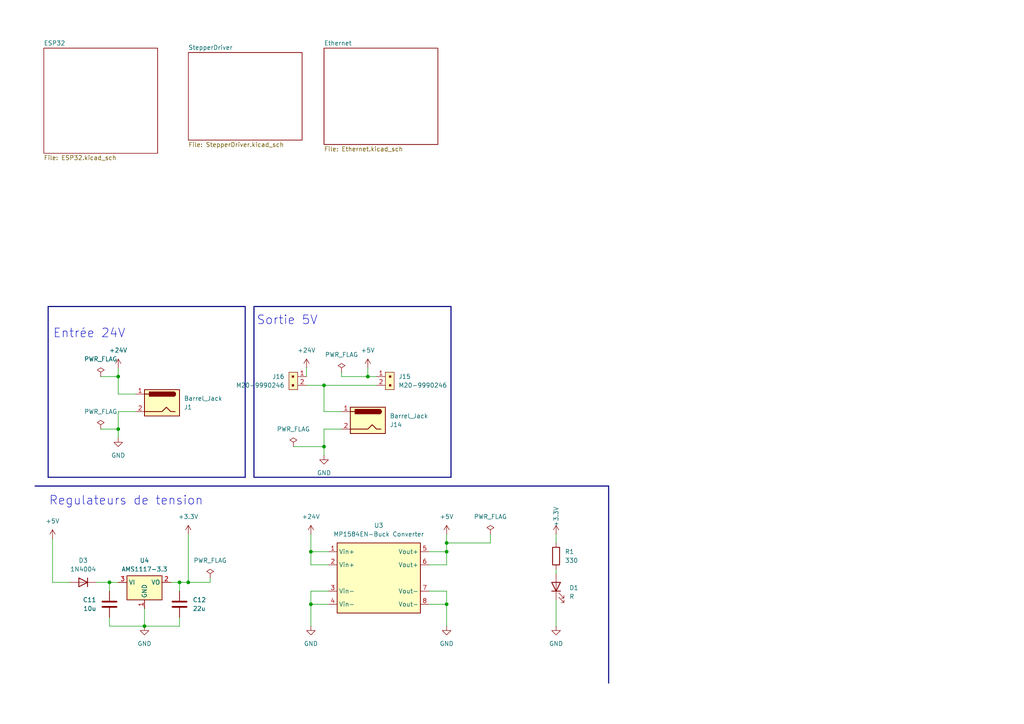
<source format=kicad_sch>
(kicad_sch (version 20231120) (generator "eeschema") (generator_version "8.0")
  (paper "A4")
  (lib_symbols
    (symbol "Connector:Barrel_Jack" (pin_names (offset 1.016))
      (property "Reference" "J" (at 0 5.334 0))
      (property "Value" "Barrel_Jack" (at 0 -5.08 0))
      (symbol "Barrel_Jack_0_1"
        (rectangle (start -5.08 3.81) (end 5.08 -3.81) (stroke (width 0.254)) (fill (type background)))
        (arc (start -3.302 3.175) (mid -3.9343 2.54) (end -3.302 1.905) (stroke (width 0.254)))
        (arc (start -3.302 3.175) (mid -3.9343 2.54) (end -3.302 1.905) (stroke (width 0.254)) (fill (type outline)))
        (polyline (pts (xy 5.08 2.54) (xy 3.81 2.54)) (stroke (width 0.254)))
        (polyline (pts (xy -3.81 -2.54) (xy -2.54 -2.54) (xy -1.27 -1.27) (xy 0 -2.54) (xy 2.54 -2.54) (xy 5.08 -2.54)) (stroke (width 0.254)))
        (rectangle (start 3.683 3.175) (end -3.302 1.905) (stroke (width 0.254)) (fill (type outline)))
      )
      (symbol "Barrel_Jack_1_1"
        (pin passive line (at 7.62 2.54 180) (length 2.54) (name "~") (number "1"))
        (pin passive line (at 7.62 -2.54 180) (length 2.54) (name "~") (number "2"))
      )
    )
    (symbol "Device:C" (pin_numbers hide) (pin_names (offset 0.254))
      (property "Reference" "C" (at 0.635 2.54 0))
      (property "Value" "C" (at 0.635 -2.54 0))
      (symbol "C_0_1"
        (polyline (pts (xy -2.032 -0.762) (xy 2.032 -0.762)) (stroke (width 0.508)))
        (polyline (pts (xy -2.032 0.762) (xy 2.032 0.762)) (stroke (width 0.508)))
      )
      (symbol "C_1_1"
        (pin passive line (at 0 3.81 270) (length 2.794) (name "~") (number "1"))
        (pin passive line (at 0 -3.81 90) (length 2.794) (name "~") (number "2"))
      )
    )
    (symbol "Device:LED" (pin_numbers hide) (pin_names (offset 1.016) hide)
      (property "Reference" "D" (at 0 2.54 0))
      (property "Value" "LED" (at 0 -2.54 0))
      (symbol "LED_0_1"
        (polyline (pts (xy -1.27 -1.27) (xy -1.27 1.27)) (stroke (width 0.254)))
        (polyline (pts (xy -1.27 0) (xy 1.27 0)))
        (polyline (pts (xy 1.27 -1.27) (xy 1.27 1.27) (xy -1.27 0) (xy 1.27 -1.27)) (stroke (width 0.254)))
        (polyline (pts (xy -3.048 -0.762) (xy -4.572 -2.286) (xy -3.81 -2.286) (xy -4.572 -2.286) (xy -4.572 -1.524)))
        (polyline (pts (xy -1.778 -0.762) (xy -3.302 -2.286) (xy -2.54 -2.286) (xy -3.302 -2.286) (xy -3.302 -1.524)))
      )
      (symbol "LED_1_1"
        (pin passive line (at -3.81 0 0) (length 2.54) (name "K") (number "1"))
        (pin passive line (at 3.81 0 180) (length 2.54) (name "A") (number "2"))
      )
    )
    (symbol "Device:R" (pin_numbers hide) (pin_names (offset 0))
      (property "Reference" "R" (at 2.032 0 90))
      (property "Value" "R" (at 0 0 90))
      (symbol "R_0_1"
        (rectangle (start -1.016 -2.54) (end 1.016 2.54) (stroke (width 0.254)))
      )
      (symbol "R_1_1"
        (pin passive line (at 0 3.81 270) (length 1.27) (name "~") (number "1"))
        (pin passive line (at 0 -3.81 90) (length 1.27) (name "~") (number "2"))
      )
    )
    (symbol "Diode:1N4004" (pin_numbers hide) (pin_names hide)
      (property "Reference" "D" (at 0 2.54 0))
      (property "Value" "1N4004" (at 0 -2.54 0))
      (symbol "1N4004_0_1"
        (polyline (pts (xy -1.27 1.27) (xy -1.27 -1.27)) (stroke (width 0.254)))
        (polyline (pts (xy 1.27 0) (xy -1.27 0)))
        (polyline (pts (xy 1.27 1.27) (xy 1.27 -1.27) (xy -1.27 0) (xy 1.27 1.27)) (stroke (width 0.254)))
      )
      (symbol "1N4004_1_1"
        (pin passive line (at -3.81 0 0) (length 2.54) (name "K") (number "1"))
        (pin passive line (at 3.81 0 180) (length 2.54) (name "A") (number "2"))
      )
    )
    (symbol "New_Library:Buck_7V-24V_5V"
      (property "Reference" "U3" (at 0 -1.524 0))
      (property "Value" "MP1584EN-Buck Converter" (at 0.508 -4.572 0))
      (symbol "Buck_7V-24V_5V_0_1"
        (rectangle (start -11.43 -6.35) (end 12.7 -26.67) (stroke (width 0.254)) (fill (type background)))
      )
      (symbol "Buck_7V-24V_5V_1_1"
        (pin input line (at -13.97 -8.89 0) (length 2.54) (name "Vin+") (number "1"))
        (pin input line (at -13.97 -12.7 0) (length 2.54) (name "Vin+") (number "2"))
        (pin power_in line (at -13.97 -20.32 0) (length 2.54) (name "Vin-") (number "3"))
        (pin power_in line (at -13.97 -24.13 0) (length 2.54) (name "Vin-") (number "4"))
        (pin output line (at 15.24 -8.89 180) (length 2.54) (name "Vout+") (number "5"))
        (pin output line (at 15.24 -12.7 180) (length 2.54) (name "Vout+") (number "6"))
        (pin output line (at 15.24 -20.32 180) (length 2.54) (name "Vout-") (number "7"))
        (pin output line (at 15.24 -24.13 180) (length 2.54) (name "Vout-") (number "8"))
      )
    )
    (symbol "Regulator_Linear:AMS1117-3.3"
      (property "Reference" "U" (at -3.81 3.175 0))
      (property "Value" "AMS1117-3.3" (at 0 3.175 0))
      (symbol "AMS1117-3.3_0_1"
        (rectangle (start -5.08 -5.08) (end 5.08 1.905) (stroke (width 0.254)) (fill (type background)))
      )
      (symbol "AMS1117-3.3_1_1"
        (pin power_in line (at 0 -7.62 90) (length 2.54) (name "GND") (number "1"))
        (pin power_out line (at 7.62 0 180) (length 2.54) (name "VO") (number "2"))
        (pin power_in line (at -7.62 0 0) (length 2.54) (name "VI") (number "3"))
      )
    )
    (symbol "dk_Rectangular-Connectors-Headers-Male-Pins:M20-9990246" (pin_names (offset 1.016))
      (property "Reference" "J" (at -2.54 1.27 0))
      (property "Value" "M20-9990246" (at 1.27 -3.81 0))
      (symbol "M20-9990246_1_1"
        (rectangle (start -1.27 0) (end 3.81 -2.54) (fill (type background)))
        (rectangle (start -0.254 -1.143) (end 0.254 -1.651) (fill (type outline)))
        (rectangle (start 2.286 -1.143) (end 2.794 -1.651) (fill (type outline)))
        (pin passive line (at 0 2.54 270) (length 2.54) (name "~") (number "1"))
        (pin passive line (at 2.54 2.54 270) (length 2.54) (name "~") (number "2"))
      )
    )
    (symbol "power:+24V" (power) (pin_numbers hide) (pin_names (offset 0) hide)
      (property "Value" "+24V" (at 0 3.556 0))
      (symbol "+24V_0_1"
        (polyline (pts (xy -0.762 1.27) (xy 0 2.54)))
        (polyline (pts (xy 0 0) (xy 0 2.54)))
        (polyline (pts (xy 0 2.54) (xy 0.762 1.27)))
      )
      (symbol "+24V_1_1"
        (pin power_in line (at 0 0 90) (length 0) (name "~") (number "1"))
      )
    )
    (symbol "power:+3.3V" (power) (pin_numbers hide) (pin_names (offset 0) hide)
      (property "Value" "+3.3V" (at 0 3.556 0))
      (symbol "+3.3V_0_1"
        (polyline (pts (xy -0.762 1.27) (xy 0 2.54)))
        (polyline (pts (xy 0 0) (xy 0 2.54)))
        (polyline (pts (xy 0 2.54) (xy 0.762 1.27)))
      )
      (symbol "+3.3V_1_1"
        (pin power_in line (at 0 0 90) (length 0) (name "~") (number "1"))
      )
    )
    (symbol "power:+5V" (power) (pin_numbers hide) (pin_names (offset 0) hide)
      (property "Value" "+5V" (at 0 3.556 0))
      (symbol "+5V_0_1"
        (polyline (pts (xy -0.762 1.27) (xy 0 2.54)))
        (polyline (pts (xy 0 0) (xy 0 2.54)))
        (polyline (pts (xy 0 2.54) (xy 0.762 1.27)))
      )
      (symbol "+5V_1_1"
        (pin power_in line (at 0 0 90) (length 0) (name "~") (number "1"))
      )
    )
    (symbol "power:GND" (power) (pin_numbers hide) (pin_names (offset 0) hide)
      (property "Value" "GND" (at 0 -3.81 0))
      (symbol "GND_0_1"
        (polyline (pts (xy 0 0) (xy 0 -1.27) (xy 1.27 -1.27) (xy 0 -2.54) (xy -1.27 -1.27) (xy 0 -1.27)))
      )
      (symbol "GND_1_1"
        (pin power_in line (at 0 0 270) (length 0) (name "~") (number "1"))
      )
    )
    (symbol "power:PWR_FLAG" (power) (pin_numbers hide) (pin_names (offset 0) hide)
      (property "Value" "PWR_FLAG" (at 0 3.81 0))
      (symbol "PWR_FLAG_0_0"
        (pin power_out line (at 0 0 90) (length 0) (name "~") (number "1"))
      )
      (symbol "PWR_FLAG_0_1"
        (polyline (pts (xy 0 0) (xy 0 1.27) (xy -1.016 1.905) (xy 0 2.54) (xy 1.016 1.905) (xy 0 1.27)))
      )
    )
  )
  (junction (at 129.54 160.02))
  (junction (at 31.75 168.91))
  (junction (at 52.07 168.91))
  (junction (at 34.29 109.22))
  (junction (at 129.54 157.48))
  (junction (at 41.91 181.61))
  (junction (at 90.17 160.02))
  (junction (at 106.68 109.22))
  (junction (at 90.17 175.26))
  (junction (at 93.98 129.54))
  (junction (at 34.29 124.46))
  (junction (at 93.98 111.76))
  (junction (at 129.54 175.26))
  (junction (at 54.61 168.91))
  (wire (pts (xy 31.75 168.91) (xy 34.29 168.91)))
  (wire (pts (xy 99.06 107.95) (xy 99.06 109.22)))
  (wire (pts (xy 34.29 124.46) (xy 34.29 127)))
  (wire (pts (xy 142.24 157.48) (xy 129.54 157.48)))
  (bus (pts (xy 13.97 88.9) (xy 13.97 138.43)))
  (wire (pts (xy 34.29 114.3) (xy 34.29 109.22)))
  (wire (pts (xy 99.06 119.38) (xy 93.98 119.38)))
  (bus (pts (xy 73.66 88.9) (xy 73.66 138.43)))
  (bus (pts (xy 73.66 88.9) (xy 130.81 88.9)))
  (wire (pts (xy 129.54 163.83) (xy 124.46 163.83)))
  (wire (pts (xy 99.06 109.22) (xy 106.68 109.22)))
  (wire (pts (xy 90.17 160.02) (xy 90.17 154.94)))
  (wire (pts (xy 49.53 168.91) (xy 52.07 168.91)))
  (wire (pts (xy 88.9 111.76) (xy 93.98 111.76)))
  (wire (pts (xy 95.25 171.45) (xy 90.17 171.45)))
  (wire (pts (xy 106.68 109.22) (xy 109.22 109.22)))
  (wire (pts (xy 129.54 175.26) (xy 129.54 181.61)))
  (wire (pts (xy 52.07 168.91) (xy 52.07 171.45)))
  (wire (pts (xy 93.98 111.76) (xy 93.98 119.38)))
  (bus (pts (xy 13.97 88.9) (xy 71.12 88.9)))
  (wire (pts (xy 15.24 156.21) (xy 15.24 168.91)))
  (wire (pts (xy 31.75 168.91) (xy 31.75 171.45)))
  (bus (pts (xy 130.81 138.43) (xy 130.81 88.9)))
  (wire (pts (xy 41.91 181.61) (xy 52.07 181.61)))
  (wire (pts (xy 41.91 176.53) (xy 41.91 181.61)))
  (wire (pts (xy 34.29 119.38) (xy 34.29 124.46)))
  (wire (pts (xy 129.54 157.48) (xy 129.54 160.02)))
  (wire (pts (xy 29.21 124.46) (xy 34.29 124.46)))
  (bus (pts (xy 176.53 140.97) (xy 176.53 198.12)))
  (wire (pts (xy 31.75 179.07) (xy 31.75 181.61)))
  (wire (pts (xy 106.68 106.68) (xy 106.68 109.22)))
  (wire (pts (xy 95.25 160.02) (xy 90.17 160.02)))
  (wire (pts (xy 88.9 106.68) (xy 88.9 109.22)))
  (wire (pts (xy 27.94 168.91) (xy 31.75 168.91)))
  (wire (pts (xy 161.29 154.94) (xy 161.29 157.48)))
  (wire (pts (xy 129.54 154.94) (xy 129.54 157.48)))
  (wire (pts (xy 93.98 129.54) (xy 93.98 132.08)))
  (wire (pts (xy 99.06 124.46) (xy 93.98 124.46)))
  (wire (pts (xy 129.54 171.45) (xy 129.54 175.26)))
  (wire (pts (xy 31.75 181.61) (xy 41.91 181.61)))
  (wire (pts (xy 90.17 175.26) (xy 95.25 175.26)))
  (wire (pts (xy 161.29 173.99) (xy 161.29 181.61)))
  (wire (pts (xy 124.46 175.26) (xy 129.54 175.26)))
  (wire (pts (xy 39.37 119.38) (xy 34.29 119.38)))
  (bus (pts (xy 13.97 138.43) (xy 71.12 138.43)))
  (bus (pts (xy 71.12 138.43) (xy 71.12 88.9)))
  (wire (pts (xy 93.98 124.46) (xy 93.98 129.54)))
  (wire (pts (xy 52.07 168.91) (xy 54.61 168.91)))
  (wire (pts (xy 95.25 163.83) (xy 90.17 163.83)))
  (wire (pts (xy 124.46 171.45) (xy 129.54 171.45)))
  (wire (pts (xy 90.17 163.83) (xy 90.17 160.02)))
  (wire (pts (xy 142.24 154.94) (xy 142.24 157.48)))
  (wire (pts (xy 34.29 109.22) (xy 34.29 106.68)))
  (wire (pts (xy 90.17 175.26) (xy 90.17 181.61)))
  (wire (pts (xy 39.37 114.3) (xy 34.29 114.3)))
  (wire (pts (xy 52.07 179.07) (xy 52.07 181.61)))
  (wire (pts (xy 54.61 168.91) (xy 54.61 154.94)))
  (wire (pts (xy 161.29 165.1) (xy 161.29 166.37)))
  (wire (pts (xy 109.22 111.76) (xy 93.98 111.76)))
  (wire (pts (xy 129.54 160.02) (xy 124.46 160.02)))
  (wire (pts (xy 60.96 168.91) (xy 54.61 168.91)))
  (wire (pts (xy 15.24 168.91) (xy 20.32 168.91)))
  (wire (pts (xy 90.17 171.45) (xy 90.17 175.26)))
  (wire (pts (xy 129.54 160.02) (xy 129.54 163.83)))
  (wire (pts (xy 60.96 167.64) (xy 60.96 168.91)))
  (bus (pts (xy 73.66 138.43) (xy 130.81 138.43)))
  (wire (pts (xy 29.21 109.22) (xy 34.29 109.22)))
  (wire (pts (xy 85.09 129.54) (xy 93.98 129.54)))
  (bus (pts (xy 10.16 140.97) (xy 176.53 140.97)))
  (text "Sortie 5V" (at 83.312 92.964 0) (effects (font (size 2.54 2.54))))
  (text "Regulateurs de tension\n" (at 36.576 145.288 0) (effects (font (size 2.54 2.54))))
  (text "Entrée 24V" (at 25.908 96.774 0) (effects (font (size 2.54 2.54))))
  (symbol (lib_id "dk_Rectangular-Connectors-Headers-Male-Pins:M20-9990246") (at 111.76 109.22 90) (mirror x) (unit 1)
    (property "Reference" "J15" (at 115.57 109.2199 90) (effects (justify right)))
    (property "Value" "M20-9990246" (at 115.57 111.7599 90) (effects (justify right)))
    (property "Footprint" "digikey-footprints:PinHeader_1x2_P2.54mm" (effects (hide yes)))
    (property "Datasheet" "https://cdn.harwin.com/pdfs/M20-999.pdf" (effects (hide yes)))
    (property "Description" "CONN HEADER VERT 2POS 2.54MM" (effects (hide yes)))
    (property "MPN" "M20-9990246" (effects (hide yes)))
    (property "Category" "Connectors, Interconnects" (effects (hide yes)))
    (property "Family" "Rectangular Connectors - Headers, Male Pins" (effects (hide yes)))
    (property "DK_Datasheet_Link" "https://cdn.harwin.com/pdfs/M20-999.pdf" (effects (hide yes)))
    (property "DK_Detail_Page" "/product-detail/en/harwin-inc/M20-9990246/952-2262-ND/3728226" (effects (hide yes)))
    (property "Description_1" "CONN HEADER VERT 2POS 2.54MM" (effects (hide yes)))
    (property "Manufacturer" "Harwin Inc." (effects (hide yes)))
    (property "Status" "Active" (effects (hide yes)))
  )
  (symbol (lib_id "power:PWR_FLAG") (at 142.24 154.94 0) (unit 1)
    (property "Reference" "#FLG02" (effects (hide yes)))
    (property "Value" "PWR_FLAG" (at 142.24 149.86 0))
    (property "Description" "Special symbol for telling ERC where power comes from" (effects (hide yes)))
  )
  (symbol (lib_id "power:GND") (at 90.17 181.61 0) (unit 1)
    (property "Reference" "#PWR07" (effects (hide yes)))
    (property "Value" "GND" (at 90.17 186.69 0))
    (property "Description" "Power symbol creates a global label with name \"GND\" , ground" (effects (hide yes)))
  )
  (symbol (lib_id "Device:R") (at 161.29 161.29 0) (unit 1)
    (property "Reference" "R1" (at 163.83 160.0199 0) (effects (justify left)))
    (property "Value" "330" (at 163.83 162.5599 0) (effects (justify left)))
    (property "Footprint" "Resistor_SMD:R_0805_2012Metric_Pad1.20x1.40mm_HandSolder" (effects (hide yes)))
    (property "Description" "Resistor" (effects (hide yes)))
  )
  (symbol (lib_id "power:GND") (at 41.91 181.61 0) (unit 1)
    (property "Reference" "#PWR04" (effects (hide yes)))
    (property "Value" "GND" (at 41.91 186.69 0))
    (property "Description" "Power symbol creates a global label with name \"GND\" , ground" (effects (hide yes)))
  )
  (symbol (lib_id "Regulator_Linear:AMS1117-3.3") (at 41.91 168.91 0) (unit 1)
    (property "Reference" "U4" (at 41.91 162.56 0))
    (property "Value" "AMS1117-3.3" (at 41.91 165.1 0))
    (property "Footprint" "Package_TO_SOT_SMD:SOT-223-3_TabPin2" (effects (hide yes)))
    (property "Datasheet" "http://www.advanced-monolithic.com/pdf/ds1117.pdf" (effects (hide yes)))
    (property "Description" "1A Low Dropout regulator, positive, 3.3V fixed output, SOT-223" (effects (hide yes)))
  )
  (symbol (lib_id "power:+5V") (at 106.68 106.68 0) (unit 1)
    (property "Reference" "#PWR035" (effects (hide yes)))
    (property "Value" "+5V" (at 106.68 101.6 0))
    (property "Description" "Power symbol creates a global label with name \"+5V\"" (effects (hide yes)))
  )
  (symbol (lib_id "power:PWR_FLAG") (at 29.21 124.46 0) (unit 1)
    (property "Reference" "#FLG04" (effects (hide yes)))
    (property "Value" "PWR_FLAG" (at 29.21 119.38 0))
    (property "Description" "Special symbol for telling ERC where power comes from" (effects (hide yes)))
  )
  (symbol (lib_id "power:+3.3V") (at 161.29 154.94 0) (unit 1)
    (property "Reference" "#PWR02" (effects (hide yes)))
    (property "Value" "+3.3V" (at 161.29 149.86 90))
    (property "Description" "Power symbol creates a global label with name \"+3.3V\"" (effects (hide yes)))
  )
  (symbol (lib_id "New_Library:Buck_7V-24V_5V") (at 109.22 151.13 0) (unit 1)
    (property "Reference" "U3" (at 109.855 152.4 0))
    (property "Value" "MP1584EN-Buck Converter" (at 109.855 154.94 0))
    (property "Footprint" "LucasLibrary:Buck_7V-24V_5V" (effects (hide yes)))
  )
  (symbol (lib_id "power:PWR_FLAG") (at 85.09 129.54 0) (unit 1)
    (property "Reference" "#FLG06" (effects (hide yes)))
    (property "Value" "PWR_FLAG" (at 85.09 124.46 0))
    (property "Description" "Special symbol for telling ERC where power comes from" (effects (hide yes)))
  )
  (symbol (lib_id "Connector:Barrel_Jack") (at 106.68 121.92 0) (mirror y) (unit 1)
    (property "Reference" "J14" (at 113.03 123.1901 0) (effects (justify right)))
    (property "Value" "Barrel_Jack" (at 113.03 120.6501 0) (effects (justify right)))
    (property "Footprint" "Connector_BarrelJack:BarrelJack_GCT_DCJ200-10-A_Horizontal" (effects (hide yes)))
    (property "Description" "DC Barrel Jack" (effects (hide yes)))
  )
  (symbol (lib_id "power:+5V") (at 129.54 154.94 0) (unit 1)
    (property "Reference" "#PWR08" (effects (hide yes)))
    (property "Value" "+5V" (at 129.54 149.86 0))
    (property "Description" "Power symbol creates a global label with name \"+5V\"" (effects (hide yes)))
  )
  (symbol (lib_id "Diode:1N4004") (at 24.13 168.91 0) (mirror y) (unit 1)
    (property "Reference" "D3" (at 24.13 162.56 0))
    (property "Value" "1N4004" (at 24.13 165.1 0))
    (property "Footprint" "Diode_SMD:D_0805_2012Metric" (effects (hide yes)))
    (property "Datasheet" "http://www.vishay.com/docs/88503/1n4001.pdf" (effects (hide yes)))
    (property "Description" "400V 1A General Purpose Rectifier Diode, DO-41" (effects (hide yes)))
    (property "Sim.Device" "D" (effects (hide yes)))
    (property "Sim.Pins" "1=K 2=A" (effects (hide yes)))
  )
  (symbol (lib_id "dk_Rectangular-Connectors-Headers-Male-Pins:M20-9990246") (at 86.36 109.22 270) (unit 1)
    (property "Reference" "J16" (at 82.55 109.2199 90) (effects (justify right)))
    (property "Value" "M20-9990246" (at 82.55 111.7599 90) (effects (justify right)))
    (property "Footprint" "digikey-footprints:PinHeader_1x2_P2.54mm" (effects (hide yes)))
    (property "Datasheet" "https://cdn.harwin.com/pdfs/M20-999.pdf" (effects (hide yes)))
    (property "Description" "CONN HEADER VERT 2POS 2.54MM" (effects (hide yes)))
    (property "MPN" "M20-9990246" (effects (hide yes)))
    (property "Category" "Connectors, Interconnects" (effects (hide yes)))
    (property "Family" "Rectangular Connectors - Headers, Male Pins" (effects (hide yes)))
    (property "DK_Datasheet_Link" "https://cdn.harwin.com/pdfs/M20-999.pdf" (effects (hide yes)))
    (property "DK_Detail_Page" "/product-detail/en/harwin-inc/M20-9990246/952-2262-ND/3728226" (effects (hide yes)))
    (property "Description_1" "CONN HEADER VERT 2POS 2.54MM" (effects (hide yes)))
    (property "Manufacturer" "Harwin Inc." (effects (hide yes)))
    (property "Status" "Active" (effects (hide yes)))
  )
  (symbol (lib_id "power:GND") (at 34.29 127 0) (unit 1)
    (property "Reference" "#PWR011" (effects (hide yes)))
    (property "Value" "GND" (at 34.29 132.08 0))
    (property "Description" "Power symbol creates a global label with name \"GND\" , ground" (effects (hide yes)))
  )
  (symbol (lib_id "power:GND") (at 129.54 181.61 0) (unit 1)
    (property "Reference" "#PWR09" (effects (hide yes)))
    (property "Value" "GND" (at 129.54 186.69 0))
    (property "Description" "Power symbol creates a global label with name \"GND\" , ground" (effects (hide yes)))
  )
  (symbol (lib_id "power:PWR_FLAG") (at 60.96 167.64 0) (unit 1)
    (property "Reference" "#FLG01" (effects (hide yes)))
    (property "Value" "PWR_FLAG" (at 60.96 162.56 0))
    (property "Description" "Special symbol for telling ERC where power comes from" (effects (hide yes)))
  )
  (symbol (lib_id "Connector:Barrel_Jack") (at 46.99 116.84 0) (mirror y) (unit 1)
    (property "Reference" "J1" (at 53.34 118.1101 0) (effects (justify right)))
    (property "Value" "Barrel_Jack" (at 53.34 115.5701 0) (effects (justify right)))
    (property "Footprint" "Connector_BarrelJack:BarrelJack_GCT_DCJ200-10-A_Horizontal" (effects (hide yes)))
    (property "Description" "DC Barrel Jack" (effects (hide yes)))
  )
  (symbol (lib_id "power:+5V") (at 15.24 156.21 0) (unit 1)
    (property "Reference" "#PWR01" (effects (hide yes)))
    (property "Value" "+5V" (at 15.24 151.13 0))
    (property "Description" "Power symbol creates a global label with name \"+5V\"" (effects (hide yes)))
  )
  (symbol (lib_id "power:GND") (at 93.98 132.08 0) (unit 1)
    (property "Reference" "#PWR036" (effects (hide yes)))
    (property "Value" "GND" (at 93.98 137.16 0))
    (property "Description" "Power symbol creates a global label with name \"GND\" , ground" (effects (hide yes)))
  )
  (symbol (lib_id "Device:C") (at 52.07 175.26 0) (unit 1)
    (property "Reference" "C12" (at 55.88 173.9899 0) (effects (justify left)))
    (property "Value" "22u" (at 55.88 176.5299 0) (effects (justify left)))
    (property "Footprint" "Capacitor_SMD:C_0805_2012Metric_Pad1.18x1.45mm_HandSolder" (effects (hide yes)))
    (property "Description" "Unpolarized capacitor" (effects (hide yes)))
  )
  (symbol (lib_id "power:+24V") (at 90.17 154.94 0) (unit 1)
    (property "Reference" "#PWR06" (effects (hide yes)))
    (property "Value" "+24V" (at 90.17 149.86 0))
    (property "Description" "Power symbol creates a global label with name \"+24V\"" (effects (hide yes)))
  )
  (symbol (lib_id "power:+5V") (at 88.9 106.68 0) (unit 1)
    (property "Reference" "#PWR037" (effects (hide yes)))
    (property "Value" "+24V" (at 88.9 101.6 0))
    (property "Description" "Power symbol creates a global label with name \"+5V\"" (effects (hide yes)))
  )
  (symbol (lib_id "Device:LED") (at 161.29 170.18 90) (unit 1)
    (property "Reference" "D1" (at 165.1 170.4974 90) (effects (justify right)))
    (property "Value" "R" (at 165.1 173.0374 90) (effects (justify right)))
    (property "Footprint" "LED_SMD:LED_0805_2012Metric_Pad1.15x1.40mm_HandSolder" (effects (hide yes)))
    (property "Description" "Light emitting diode" (effects (hide yes)))
  )
  (symbol (lib_id "power:PWR_FLAG") (at 99.06 107.95 0) (unit 1)
    (property "Reference" "#FLG05" (effects (hide yes)))
    (property "Value" "PWR_FLAG" (at 99.06 102.87 0))
    (property "Description" "Special symbol for telling ERC where power comes from" (effects (hide yes)))
  )
  (symbol (lib_id "power:+24V") (at 34.29 106.68 0) (unit 1)
    (property "Reference" "#PWR010" (effects (hide yes)))
    (property "Value" "+24V" (at 34.29 101.6 0))
    (property "Description" "Power symbol creates a global label with name \"+24V\"" (effects (hide yes)))
  )
  (symbol (lib_id "power:PWR_FLAG") (at 29.21 109.22 0) (unit 1)
    (property "Reference" "#FLG03" (effects (hide yes)))
    (property "Value" "PWR_FLAG" (at 29.21 104.14 0))
    (property "Description" "Special symbol for telling ERC where power comes from" (effects (hide yes)))
  )
  (symbol (lib_id "power:GND") (at 161.29 181.61 0) (unit 1)
    (property "Reference" "#PWR03" (effects (hide yes)))
    (property "Value" "GND" (at 161.29 186.69 0))
    (property "Description" "Power symbol creates a global label with name \"GND\" , ground" (effects (hide yes)))
  )
  (symbol (lib_id "power:+3.3V") (at 54.61 154.94 0) (unit 1)
    (property "Reference" "#PWR05" (effects (hide yes)))
    (property "Value" "+3.3V" (at 54.61 149.86 0))
    (property "Description" "Power symbol creates a global label with name \"+3.3V\"" (effects (hide yes)))
  )
  (symbol (lib_id "Device:C") (at 31.75 175.26 0) (mirror y) (unit 1)
    (property "Reference" "C11" (at 27.94 173.9899 0) (effects (justify left)))
    (property "Value" "10u" (at 27.94 176.5299 0) (effects (justify left)))
    (property "Footprint" "Capacitor_SMD:C_0805_2012Metric_Pad1.18x1.45mm_HandSolder" (effects (hide yes)))
    (property "Description" "Unpolarized capacitor" (effects (hide yes)))
  )
  (sheet (at 54.61 15.24) (size 33.02 25.4) (stroke (width 0.1524))
    (property "Sheetname" "StepperDriver" (at 54.61 14.5284 0) (effects (justify left bottom)))
    (property "Sheetfile" "StepperDriver.kicad_sch" (at 54.61 41.2246 0) (effects (justify left top)))
  )
  (sheet (at 12.7 13.97) (size 33.02 30.48) (stroke (width 0.1524))
    (property "Sheetname" "ESP32" (at 12.7 13.2584 0) (effects (justify left bottom)))
    (property "Sheetfile" "ESP32.kicad_sch" (at 12.7 45.0346 0) (effects (justify left top)))
  )
  (sheet (at 93.98 13.97) (size 33.02 27.94) (stroke (width 0.1524))
    (property "Sheetname" "Ethernet" (at 93.98 13.2584 0) (effects (justify left bottom)))
    (property "Sheetfile" "Ethernet.kicad_sch" (at 93.98 42.4946 0) (effects (justify left top)))
  )
)
</source>
